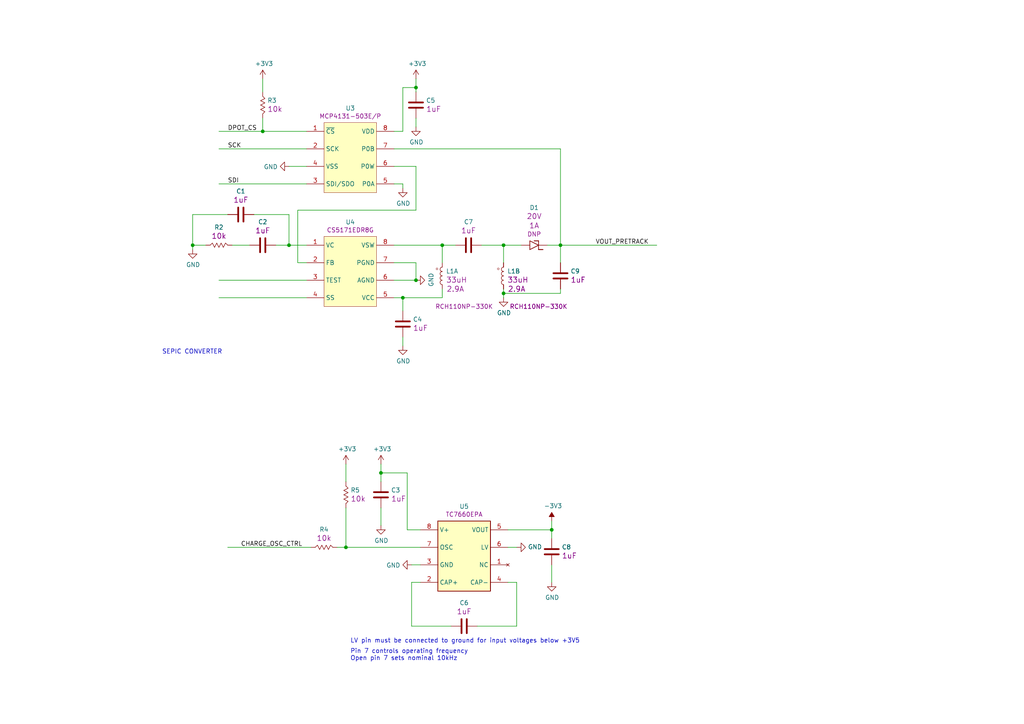
<source format=kicad_sch>
(kicad_sch (version 20211123) (generator eeschema)
  (paper "A4")
  (lib_symbols
    (symbol "master-vampire_General:C" (pin_numbers hide)
      (property "Reference" "C" (at 3.81 2.54 0))
      (property "Capacitance" "1uF" (at 6.35 0 0))
      (symbol "C_0_1"
        (polyline (pts (xy -2.032 -0.762) (xy 2.032 -0.762)) (stroke (width 0.508)))
        (polyline (pts (xy -2.032 0.762) (xy 2.032 0.762)) (stroke (width 0.508)))
      )
      (symbol "C_1_1"
        (pin passive line (at 0 3.81 270) (length 2.794) (name "~") (number "1"))
        (pin passive line (at 0 -3.81 90) (length 2.794) (name "~") (number "2"))
      )
    )
    (symbol "master-vampire_General:D_Schottky" (pin_numbers hide) (pin_names hide)
      (property "Reference" "D" (at 0 2.54 0))
      (property "Vr" "20V" (at 2.54 -2.54 0))
      (property "Iavg" "1A" (at -2.54 -2.54 0))
      (property "MPN" "DNP" (at 0 -5.08 0))
      (symbol "D_Schottky_0_1"
        (polyline (pts (xy -1.27 -1.27) (xy 0 -1.27)) (stroke (width 0.254)))
        (polyline (pts (xy -1.27 1.27) (xy -2.54 1.27)) (stroke (width 0.254)))
        (polyline (pts (xy -1.27 1.27) (xy -1.27 -1.27)) (stroke (width 0.2032)))
        (polyline (pts (xy 1.27 1.27) (xy 1.27 -1.27) (xy -1.27 0) (xy 1.27 1.27)) (stroke (width 0.2032)))
      )
      (symbol "D_Schottky_1_1"
        (pin passive line (at -3.81 0 0) (length 2.54) (name "K") (number "1"))
        (pin passive line (at 3.81 0 180) (length 2.54) (name "A") (number "2"))
      )
    )
    (symbol "master-vampire_General:L_Coupled" (pin_numbers hide) (pin_names (offset 1.016) hide)
      (property "Reference" "L" (at 0 2.54 0))
      (property "Inductance" "1uH" (at -2.54 -2.54 0))
      (symbol "L_Coupled_0_1"
        (arc (start -1.27 0) (mid -1.905 0.635) (end -2.54 0))
        (arc (start 0 0) (mid -0.635 0.635) (end -1.27 0))
        (arc (start 1.27 0) (mid 0.635 0.635) (end 0 0))
        (circle (center 2.032 1.524) (radius 0.254) (stroke (width 0.1016)))
        (arc (start 2.54 0) (mid 1.905 0.635) (end 1.27 0))
      )
      (symbol "L_Coupled_1_1"
        (pin passive line (at -3.81 0 0) (length 1.27) (name "1") (number "1"))
        (pin passive line (at 3.81 0 180) (length 1.27) (name "2") (number "2"))
      )
      (symbol "L_Coupled_2_1"
        (pin passive line (at -3.81 0 0) (length 1.27) (name "1") (number "1"))
        (pin passive line (at 3.81 0 180) (length 1.27) (name "2") (number "2"))
      )
    )
    (symbol "master-vampire_General:R" (pin_numbers hide) (pin_names (offset 0))
      (property "Reference" "R" (at 0 2.54 0))
      (property "Resistance" "10k" (at 0 -2.54 0))
      (symbol "R_0_1"
        (polyline (pts (xy -2.54 0) (xy -1.905 0.635) (xy -1.27 -0.635) (xy -0.635 0.635) (xy 0 -0.635) (xy 0.635 0.635) (xy 1.27 -0.635) (xy 1.905 0.635) (xy 2.54 0)))
      )
      (symbol "R_1_1"
        (pin passive line (at 3.81 0 180) (length 1.27) (name "~") (number "1"))
        (pin passive line (at -3.81 0 0) (length 1.27) (name "~") (number "2"))
      )
    )
    (symbol "master-vampire_General:U_CS5171"
      (property "Reference" "U" (at -6.35 11.43 0))
      (property "MPN" "DNP" (at 0 -11.43 0))
      (symbol "U_CS5171_0_1"
        (rectangle (start -7.62 10.16) (end 7.62 -10.16) (stroke (width 0.1016)) (fill (type background)))
      )
      (symbol "U_CS5171_1_1"
        (pin bidirectional line (at -12.7 7.62 0) (length 5.08) (name "VC") (number "1"))
        (pin input line (at -12.7 2.54 0) (length 5.08) (name "FB") (number "2"))
        (pin bidirectional line (at -12.7 -2.54 0) (length 5.08) (name "TEST") (number "3"))
        (pin input line (at -12.7 -7.62 0) (length 5.08) (name "SS") (number "4"))
        (pin power_in line (at 12.7 -7.62 180) (length 5.08) (name "VCC") (number "5"))
        (pin power_in line (at 12.7 -2.54 180) (length 5.08) (name "AGND") (number "6"))
        (pin power_in line (at 12.7 2.54 180) (length 5.08) (name "PGND") (number "7"))
        (pin output line (at 12.7 7.62 180) (length 5.08) (name "VSW") (number "8"))
      )
    )
    (symbol "master-vampire_General:U_MCP4131"
      (property "Reference" "U" (at 0 13.97 0))
      (property "MPN" "DNP" (at 0 11.43 0))
      (symbol "U_MCP4131_0_1"
        (rectangle (start -7.62 10.16) (end 7.62 -10.16) (stroke (width 0.1016)) (fill (type background)))
      )
      (symbol "U_MCP4131_1_1"
        (pin input line (at -12.7 7.62 0) (length 5.08) (name "~{CS}") (number "1"))
        (pin input line (at -12.7 2.54 0) (length 5.08) (name "SCK") (number "2"))
        (pin bidirectional line (at -12.7 -7.62 0) (length 5.08) (name "SDI/SDO") (number "3"))
        (pin power_in line (at -12.7 -2.54 0) (length 5.08) (name "VSS") (number "4"))
        (pin bidirectional line (at 12.7 -7.62 180) (length 5.08) (name "P0A") (number "5"))
        (pin bidirectional line (at 12.7 -2.54 180) (length 5.08) (name "P0W") (number "6"))
        (pin bidirectional line (at 12.7 2.54 180) (length 5.08) (name "P0B") (number "7"))
        (pin power_in line (at 12.7 7.62 180) (length 5.08) (name "VDD") (number "8"))
      )
    )
    (symbol "master-vampire_General:U_TC7600"
      (property "Reference" "U" (at -6.35 11.43 0))
      (property "MPN" "DNP" (at -5.08 -11.43 0))
      (symbol "U_TC7600_0_1"
        (rectangle (start -7.62 10.16) (end 7.62 -10.16) (stroke (width 0.254)) (fill (type background)))
      )
      (symbol "U_TC7600_1_1"
        (pin no_connect line (at 12.7 -2.54 180) (length 5.08) (name "NC") (number "1"))
        (pin unspecified line (at -12.7 -7.62 0) (length 5.08) (name "CAP+") (number "2"))
        (pin power_in line (at -12.7 -2.54 0) (length 5.08) (name "GND") (number "3"))
        (pin unspecified line (at 12.7 -7.62 180) (length 5.08) (name "CAP-") (number "4"))
        (pin power_out line (at 12.7 7.62 180) (length 5.08) (name "VOUT") (number "5"))
        (pin unspecified line (at 12.7 2.54 180) (length 5.08) (name "LV") (number "6"))
        (pin unspecified line (at -12.7 2.54 0) (length 5.08) (name "OSC") (number "7"))
        (pin power_in line (at -12.7 7.62 0) (length 5.08) (name "V+") (number "8"))
      )
    )
    (symbol "power:+3.3V" (power) (pin_names (offset 0))
      (property "Value" "+3.3V" (at 0 3.556 0))
      (symbol "+3.3V_0_1"
        (polyline (pts (xy -0.762 1.27) (xy 0 2.54)))
        (polyline (pts (xy 0 0) (xy 0 2.54)))
        (polyline (pts (xy 0 2.54) (xy 0.762 1.27)))
      )
      (symbol "+3.3V_1_1"
        (pin power_in line (at 0 0 90) (length 0) hide (name "+3V3") (number "1"))
      )
    )
    (symbol "power:-3V3" (power) (pin_names (offset 0))
      (property "Value" "-3V3" (at 0 3.81 0))
      (symbol "-3V3_0_0"
        (pin power_in line (at 0 0 90) (length 0) hide (name "-3V3") (number "1"))
      )
      (symbol "-3V3_0_1"
        (polyline (pts (xy 0 0) (xy 0 1.27) (xy 0.762 1.27) (xy 0 2.54) (xy -0.762 1.27) (xy 0 1.27)) (fill (type outline)))
      )
    )
    (symbol "power:GND" (power) (pin_names (offset 0))
      (property "Value" "GND" (at 0 -3.81 0))
      (symbol "GND_0_1"
        (polyline (pts (xy 0 0) (xy 0 -1.27) (xy 1.27 -1.27) (xy 0 -2.54) (xy -1.27 -1.27) (xy 0 -1.27)))
      )
      (symbol "GND_1_1"
        (pin power_in line (at 0 0 270) (length 0) hide (name "GND") (number "1"))
      )
    )
  )
  (junction (at 100.33 158.75))
  (junction (at 128.27 71.12))
  (junction (at 110.49 137.16))
  (junction (at 76.2 38.1))
  (junction (at 146.05 71.12))
  (junction (at 146.05 85.09))
  (junction (at 116.84 86.36))
  (junction (at 160.02 153.67))
  (junction (at 55.88 71.12))
  (junction (at 120.65 25.4))
  (junction (at 83.82 71.12))
  (junction (at 162.56 71.12))
  (junction (at 120.65 81.28))
  (wire (pts (xy 114.3 76.2) (xy 120.65 76.2)))
  (wire (pts (xy 162.56 43.18) (xy 162.56 71.12)))
  (wire (pts (xy 119.38 181.61) (xy 130.81 181.61)))
  (wire (pts (xy 55.88 71.12) (xy 59.69 71.12)))
  (wire (pts (xy 76.2 38.1) (xy 63.5 38.1)))
  (wire (pts (xy 128.27 83.82) (xy 128.27 86.36)))
  (wire (pts (xy 149.86 168.91) (xy 149.86 181.61)))
  (wire (pts (xy 86.36 60.96) (xy 120.65 60.96)))
  (wire (pts (xy 121.92 158.75) (xy 100.33 158.75)))
  (wire (pts (xy 116.84 53.34) (xy 114.3 53.34)))
  (wire (pts (xy 149.86 158.75) (xy 147.32 158.75)))
  (wire (pts (xy 120.65 22.86) (xy 120.65 25.4)))
  (wire (pts (xy 120.65 34.29) (xy 120.65 36.83)))
  (wire (pts (xy 100.33 158.75) (xy 100.33 147.32)))
  (wire (pts (xy 118.11 137.16) (xy 110.49 137.16)))
  (wire (pts (xy 128.27 86.36) (xy 116.84 86.36)))
  (wire (pts (xy 118.11 153.67) (xy 118.11 137.16)))
  (wire (pts (xy 110.49 134.62) (xy 110.49 137.16)))
  (wire (pts (xy 114.3 81.28) (xy 120.65 81.28)))
  (wire (pts (xy 63.5 81.28) (xy 88.9 81.28)))
  (wire (pts (xy 55.88 72.39) (xy 55.88 71.12)))
  (wire (pts (xy 120.65 25.4) (xy 120.65 26.67)))
  (wire (pts (xy 116.84 86.36) (xy 116.84 90.17)))
  (wire (pts (xy 162.56 71.12) (xy 158.75 71.12)))
  (wire (pts (xy 121.92 168.91) (xy 119.38 168.91)))
  (wire (pts (xy 83.82 71.12) (xy 80.01 71.12)))
  (wire (pts (xy 120.65 60.96) (xy 120.65 48.26)))
  (wire (pts (xy 63.5 43.18) (xy 88.9 43.18)))
  (wire (pts (xy 88.9 71.12) (xy 83.82 71.12)))
  (wire (pts (xy 147.32 168.91) (xy 149.86 168.91)))
  (wire (pts (xy 72.39 71.12) (xy 67.31 71.12)))
  (wire (pts (xy 90.17 158.75) (xy 66.04 158.75)))
  (wire (pts (xy 120.65 48.26) (xy 114.3 48.26)))
  (wire (pts (xy 162.56 85.09) (xy 146.05 85.09)))
  (wire (pts (xy 76.2 38.1) (xy 76.2 34.29)))
  (wire (pts (xy 128.27 76.2) (xy 128.27 71.12)))
  (wire (pts (xy 88.9 76.2) (xy 86.36 76.2)))
  (wire (pts (xy 119.38 163.83) (xy 121.92 163.83)))
  (wire (pts (xy 76.2 22.86) (xy 76.2 26.67)))
  (wire (pts (xy 88.9 53.34) (xy 63.5 53.34)))
  (wire (pts (xy 146.05 71.12) (xy 151.13 71.12)))
  (wire (pts (xy 83.82 71.12) (xy 83.82 62.23)))
  (wire (pts (xy 146.05 85.09) (xy 146.05 83.82)))
  (wire (pts (xy 160.02 151.13) (xy 160.02 153.67)))
  (wire (pts (xy 162.56 76.2) (xy 162.56 71.12)))
  (wire (pts (xy 88.9 38.1) (xy 76.2 38.1)))
  (wire (pts (xy 116.84 100.33) (xy 116.84 97.79)))
  (wire (pts (xy 116.84 54.61) (xy 116.84 53.34)))
  (wire (pts (xy 162.56 71.12) (xy 190.5 71.12)))
  (wire (pts (xy 149.86 181.61) (xy 138.43 181.61)))
  (wire (pts (xy 162.56 83.82) (xy 162.56 85.09)))
  (wire (pts (xy 116.84 38.1) (xy 114.3 38.1)))
  (wire (pts (xy 97.79 158.75) (xy 100.33 158.75)))
  (wire (pts (xy 83.82 62.23) (xy 73.66 62.23)))
  (wire (pts (xy 83.82 48.26) (xy 88.9 48.26)))
  (wire (pts (xy 147.32 153.67) (xy 160.02 153.67)))
  (wire (pts (xy 86.36 76.2) (xy 86.36 60.96)))
  (wire (pts (xy 114.3 86.36) (xy 116.84 86.36)))
  (wire (pts (xy 110.49 137.16) (xy 110.49 139.7)))
  (wire (pts (xy 100.33 134.62) (xy 100.33 139.7)))
  (wire (pts (xy 110.49 152.4) (xy 110.49 147.32)))
  (wire (pts (xy 160.02 153.67) (xy 160.02 156.21)))
  (wire (pts (xy 66.04 62.23) (xy 55.88 62.23)))
  (wire (pts (xy 132.08 71.12) (xy 128.27 71.12)))
  (wire (pts (xy 116.84 25.4) (xy 116.84 38.1)))
  (wire (pts (xy 119.38 168.91) (xy 119.38 181.61)))
  (wire (pts (xy 128.27 71.12) (xy 114.3 71.12)))
  (wire (pts (xy 139.7 71.12) (xy 146.05 71.12)))
  (wire (pts (xy 146.05 76.2) (xy 146.05 71.12)))
  (wire (pts (xy 121.92 153.67) (xy 118.11 153.67)))
  (wire (pts (xy 55.88 62.23) (xy 55.88 71.12)))
  (wire (pts (xy 160.02 163.83) (xy 160.02 168.91)))
  (wire (pts (xy 120.65 76.2) (xy 120.65 81.28)))
  (wire (pts (xy 63.5 86.36) (xy 88.9 86.36)))
  (wire (pts (xy 146.05 86.36) (xy 146.05 85.09)))
  (wire (pts (xy 120.65 25.4) (xy 116.84 25.4)))
  (wire (pts (xy 114.3 43.18) (xy 162.56 43.18)))
  (text "LV pin must be connected to ground for input voltages below +3V5" (at 101.6 186.69 0) (effects (font (size 1.27 1.27)) (justify left bottom)))
  (text "SEPIC CONVERTER" (at 46.99 102.87 0) (effects (font (size 1.27 1.27)) (justify left bottom)))
  (text "Pin 7 controls operating frequency\nOpen pin 7 sets nominal 10kHz" (at 101.6 191.77 0) (effects (font (size 1.27 1.27)) (justify left bottom)))
  (label "VOUT_PRETRACK" (at 172.72 71.12 0))
  (label "SDI" (at 66.04 53.34 0))
  (label "CHARGE_OSC_CTRL" (at 69.85 158.75 0))
  (label "DPOT_CS" (at 66.04 38.1 0))
  (label "SCK" (at 66.04 43.18 0))
  (symbol (lib_id "master-vampire_General:U_TC7600") (at 134.62 161.29 0) (unit 1)
    (property "Reference" "U5" (at 134.62 146.8882 0))
    (property "Value" "U_TC7600" (effects hide))
    (property "Manufacturer" "Microchip Technology" (effects hide))
    (property "MPN" "TC7660EPA" (at 134.62 149.1996 0))
    (property "Supplier" "DigiKey" (effects hide))
    (property "Supplier PN" "TC7660EPA-ND" (effects hide))
    (property "Package" "8-DIP" (effects hide))
  )
  (symbol (lib_id "master-vampire_General:C") (at 134.62 181.61 270) (unit 1)
    (property "Reference" "C6" (at 134.62 174.8536 90))
    (property "Value" "C" (effects hide))
    (property "Capacitance" "1uF" (at 134.62 177.3682 90) (effects (font (size 1.524 1.524))))
    (property "Voltage Rating" "50V" (effects hide))
    (property "TempCo" "X7R" (effects hide))
    (property "Tolerance" "±20%" (effects hide))
    (property "Package" "0603" (effects hide))
    (property "MPN" "DNP" (effects hide))
    (property "Manufacturer" "DNP" (effects hide))
    (property "Supplier" "DNP" (effects hide))
    (property "Supplier PN" "DNP" (effects hide))
  )
  (symbol (lib_id "power:GND") (at 119.38 163.83 270) (unit 1)
    (property "Reference" "#PWR012" (effects hide))
    (property "Value" "GND" (at 116.1288 163.957 90) (effects (justify right)))
  )
  (symbol (lib_id "power:+3.3V") (at 110.49 134.62 0) (unit 1)
    (property "Reference" "#PWR08" (effects hide))
    (property "Value" "+3.3V" (at 110.871 130.2258 0))
  )
  (symbol (lib_id "power:GND") (at 149.86 158.75 90) (unit 1)
    (property "Reference" "#PWR017" (effects hide))
    (property "Value" "GND" (at 153.1112 158.623 90) (effects (justify right)))
  )
  (symbol (lib_id "master-vampire_General:R") (at 93.98 158.75 0) (unit 1)
    (property "Reference" "R4" (at 93.98 153.5684 0))
    (property "Value" "R" (effects hide))
    (property "Resistance" "10k" (at 93.98 156.083 0) (effects (font (size 1.524 1.524))))
    (property "Power" "1/10W" (effects hide))
    (property "Package" "0603" (effects hide))
    (property "Tolerance" "5%" (effects hide))
    (property "MPN" "DNP" (effects hide))
    (property "Manufacturer" "DNP" (effects hide))
    (property "Supplier" "DNP" (effects hide))
    (property "Supplier PN" "DNP" (effects hide))
  )
  (symbol (lib_id "master-vampire_General:R") (at 100.33 143.51 270) (unit 1)
    (property "Reference" "R5" (at 101.6762 142.1638 90) (effects (justify left)))
    (property "Value" "R" (effects hide))
    (property "Resistance" "10k" (at 101.6762 144.6784 90) (effects (font (size 1.524 1.524)) (justify left)))
    (property "Power" "1/10W" (effects hide))
    (property "Package" "0603" (effects hide))
    (property "Tolerance" "5%" (effects hide))
    (property "MPN" "DNP" (effects hide))
    (property "Manufacturer" "DNP" (effects hide))
    (property "Supplier" "DNP" (effects hide))
    (property "Supplier PN" "DNP" (effects hide))
  )
  (symbol (lib_id "master-vampire_General:C") (at 110.49 143.51 180) (unit 1)
    (property "Reference" "C3" (at 113.411 142.1638 0) (effects (justify right)))
    (property "Value" "C" (effects hide))
    (property "Capacitance" "1uF" (at 113.411 144.6784 0) (effects (font (size 1.524 1.524)) (justify right)))
    (property "Voltage Rating" "50V" (effects hide))
    (property "TempCo" "X7R" (effects hide))
    (property "Tolerance" "±20%" (effects hide))
    (property "Package" "0603" (effects hide))
    (property "MPN" "DNP" (effects hide))
    (property "Manufacturer" "DNP" (effects hide))
    (property "Supplier" "DNP" (effects hide))
    (property "Supplier PN" "DNP" (effects hide))
  )
  (symbol (lib_id "master-vampire_General:C") (at 160.02 160.02 180) (unit 1)
    (property "Reference" "C8" (at 162.941 158.6738 0) (effects (justify right)))
    (property "Value" "C" (effects hide))
    (property "Capacitance" "1uF" (at 162.941 161.1884 0) (effects (font (size 1.524 1.524)) (justify right)))
    (property "Voltage Rating" "50V" (effects hide))
    (property "TempCo" "X7R" (effects hide))
    (property "Tolerance" "±20%" (effects hide))
    (property "Package" "0603" (effects hide))
    (property "MPN" "DNP" (effects hide))
    (property "Manufacturer" "DNP" (effects hide))
    (property "Supplier" "DNP" (effects hide))
    (property "Supplier PN" "DNP" (effects hide))
  )
  (symbol (lib_id "power:GND") (at 160.02 168.91 0) (unit 1)
    (property "Reference" "#PWR019" (effects hide))
    (property "Value" "GND" (at 160.147 173.3042 0))
  )
  (symbol (lib_id "power:GND") (at 110.49 152.4 0) (unit 1)
    (property "Reference" "#PWR09" (effects hide))
    (property "Value" "GND" (at 110.617 156.7942 0))
  )
  (symbol (lib_id "power:-3V3") (at 160.02 151.13 0) (unit 1)
    (property "Reference" "#PWR018" (effects hide))
    (property "Value" "-3V3" (at 160.401 146.7358 0))
  )
  (symbol (lib_id "power:+3.3V") (at 100.33 134.62 0) (unit 1)
    (property "Reference" "#PWR07" (effects hide))
    (property "Value" "+3.3V" (at 100.711 130.2258 0))
  )
  (symbol (lib_id "master-vampire_General:U_CS5171") (at 101.6 78.74 0) (unit 1)
    (property "Reference" "U4" (at 101.6 64.4144 0))
    (property "Value" "U_CS5171" (effects hide))
    (property "MPN" "CS5171EDR8G" (at 101.6 66.7258 0))
    (property "Manufacturer" "onsemi" (effects hide))
    (property "Supplier" "DigiKey" (effects hide))
    (property "Supplier PN" "CS5171EDR8GOSCT-ND" (effects hide))
    (property "Package" "8-SOIC" (effects hide))
  )
  (symbol (lib_id "master-vampire_General:U_MCP4131") (at 101.6 45.72 0) (unit 1)
    (property "Reference" "U3" (at 101.6 31.3944 0))
    (property "Value" "U_MCP4131" (effects hide))
    (property "MPN" "MCP4131-503E/P" (at 101.6 33.7058 0))
    (property "Manufacturer" "Microchip Technology" (effects hide))
    (property "Supplier" "DigiKey" (effects hide))
    (property "Supplier PN" "MCP4131-503E/P-ND" (effects hide))
    (property "Package" "8-DIP" (effects hide))
  )
  (symbol (lib_id "master-vampire_General:R") (at 76.2 30.48 270) (unit 1)
    (property "Reference" "R3" (at 77.5462 29.1338 90) (effects (justify left)))
    (property "Value" "R" (effects hide))
    (property "Resistance" "10k" (at 77.5462 31.6484 90) (effects (font (size 1.524 1.524)) (justify left)))
    (property "Power" "1/10W" (effects hide))
    (property "Package" "0603" (effects hide))
    (property "Tolerance" "5%" (effects hide))
    (property "MPN" "DNP" (effects hide))
    (property "Manufacturer" "DNP" (effects hide))
    (property "Supplier" "DNP" (effects hide))
    (property "Supplier PN" "DNP" (effects hide))
  )
  (symbol (lib_id "master-vampire_General:C") (at 120.65 30.48 180) (unit 1)
    (property "Reference" "C5" (at 123.571 29.1338 0) (effects (justify right)))
    (property "Value" "C" (effects hide))
    (property "Capacitance" "1uF" (at 123.571 31.6484 0) (effects (font (size 1.524 1.524)) (justify right)))
    (property "Voltage Rating" "50V" (effects hide))
    (property "TempCo" "X7R" (effects hide))
    (property "Tolerance" "±20%" (effects hide))
    (property "Package" "0603" (effects hide))
    (property "MPN" "DNP" (effects hide))
    (property "Manufacturer" "DNP" (effects hide))
    (property "Supplier" "DNP" (effects hide))
    (property "Supplier PN" "DNP" (effects hide))
  )
  (symbol (lib_id "power:+3.3V") (at 76.2 22.86 0) (unit 1)
    (property "Reference" "#PWR05" (effects hide))
    (property "Value" "+3.3V" (at 76.581 18.4658 0))
  )
  (symbol (lib_id "power:GND") (at 83.82 48.26 270) (unit 1)
    (property "Reference" "#PWR06" (effects hide))
    (property "Value" "GND" (at 80.5688 48.387 90) (effects (justify right)))
  )
  (symbol (lib_id "power:GND") (at 120.65 36.83 0) (unit 1)
    (property "Reference" "#PWR014" (effects hide))
    (property "Value" "GND" (at 120.777 41.2242 0))
  )
  (symbol (lib_id "power:+3.3V") (at 120.65 22.86 0) (unit 1)
    (property "Reference" "#PWR013" (effects hide))
    (property "Value" "+3.3V" (at 121.031 18.4658 0))
  )
  (symbol (lib_id "power:GND") (at 120.65 81.28 90) (unit 1)
    (property "Reference" "#PWR015" (effects hide))
    (property "Value" "GND" (at 125.0442 81.153 0))
  )
  (symbol (lib_id "master-vampire_General:R") (at 63.5 71.12 0) (unit 1)
    (property "Reference" "R2" (at 63.5 65.9384 0))
    (property "Value" "R" (effects hide))
    (property "Resistance" "10k" (at 63.5 68.453 0) (effects (font (size 1.524 1.524))))
    (property "Power" "1/10W" (effects hide))
    (property "Package" "0603" (effects hide))
    (property "Tolerance" "5%" (effects hide))
    (property "MPN" "DNP" (effects hide))
    (property "Manufacturer" "DNP" (effects hide))
    (property "Supplier" "DNP" (effects hide))
    (property "Supplier PN" "DNP" (effects hide))
  )
  (symbol (lib_id "master-vampire_General:C") (at 76.2 71.12 270) (unit 1)
    (property "Reference" "C2" (at 76.2 64.3636 90))
    (property "Value" "C" (effects hide))
    (property "Capacitance" "1uF" (at 76.2 66.8782 90) (effects (font (size 1.524 1.524))))
    (property "Voltage Rating" "50V" (effects hide))
    (property "TempCo" "X7R" (effects hide))
    (property "Tolerance" "±20%" (effects hide))
    (property "Package" "0603" (effects hide))
    (property "MPN" "DNP" (effects hide))
    (property "Manufacturer" "DNP" (effects hide))
    (property "Supplier" "DNP" (effects hide))
    (property "Supplier PN" "DNP" (effects hide))
  )
  (symbol (lib_id "master-vampire_General:C") (at 69.85 62.23 270) (unit 1)
    (property "Reference" "C1" (at 69.85 55.4736 90))
    (property "Value" "C" (effects hide))
    (property "Capacitance" "1uF" (at 69.85 57.9882 90) (effects (font (size 1.524 1.524))))
    (property "Voltage Rating" "50V" (effects hide))
    (property "TempCo" "X7R" (effects hide))
    (property "Tolerance" "±20%" (effects hide))
    (property "Package" "0603" (effects hide))
    (property "MPN" "DNP" (effects hide))
    (property "Manufacturer" "DNP" (effects hide))
    (property "Supplier" "DNP" (effects hide))
    (property "Supplier PN" "DNP" (effects hide))
  )
  (symbol (lib_id "power:GND") (at 55.88 72.39 0) (unit 1)
    (property "Reference" "#PWR04" (effects hide))
    (property "Value" "GND" (at 56.007 76.7842 0))
  )
  (symbol (lib_id "power:GND") (at 116.84 54.61 0) (unit 1)
    (property "Reference" "#PWR010" (effects hide))
    (property "Value" "GND" (at 116.967 59.0042 0))
  )
  (symbol (lib_id "master-vampire_General:C") (at 116.84 93.98 180) (unit 1)
    (property "Reference" "C4" (at 119.761 92.6338 0) (effects (justify right)))
    (property "Value" "C" (effects hide))
    (property "Capacitance" "1uF" (at 119.761 95.1484 0) (effects (font (size 1.524 1.524)) (justify right)))
    (property "Voltage Rating" "50V" (effects hide))
    (property "TempCo" "X7R" (effects hide))
    (property "Tolerance" "±20%" (effects hide))
    (property "Package" "0603" (effects hide))
    (property "MPN" "DNP" (effects hide))
    (property "Manufacturer" "DNP" (effects hide))
    (property "Supplier" "DNP" (effects hide))
    (property "Supplier PN" "DNP" (effects hide))
  )
  (symbol (lib_id "master-vampire_General:C") (at 135.89 71.12 270) (unit 1)
    (property "Reference" "C7" (at 135.89 64.3636 90))
    (property "Value" "C" (effects hide))
    (property "Capacitance" "1uF" (at 135.89 66.8782 90) (effects (font (size 1.524 1.524))))
    (property "Voltage Rating" "50V" (effects hide))
    (property "TempCo" "X7R" (effects hide))
    (property "Tolerance" "±20%" (effects hide))
    (property "Package" "0603" (effects hide))
    (property "MPN" "DNP" (effects hide))
    (property "Manufacturer" "DNP" (effects hide))
    (property "Supplier" "DNP" (effects hide))
    (property "Supplier PN" "DNP" (effects hide))
  )
  (symbol (lib_id "power:GND") (at 116.84 100.33 0) (unit 1)
    (property "Reference" "#PWR011" (effects hide))
    (property "Value" "GND" (at 116.967 104.7242 0))
  )
  (symbol (lib_id "master-vampire_General:D_Schottky") (at 154.94 71.12 180) (unit 1)
    (property "Reference" "D1" (at 154.94 60.2234 0))
    (property "Value" "D_Schottky" (effects hide))
    (property "Vr" "20V" (at 154.94 62.738 0) (effects (font (size 1.524 1.524))))
    (property "Iavg" "1A" (at 154.94 65.4304 0) (effects (font (size 1.524 1.524))))
    (property "MPN" "DNP" (at 154.94 67.9196 0))
    (property "Manufacturer" "DNP" (effects hide))
    (property "Supplier" "DNP" (effects hide))
    (property "Supplier PN" "DNP" (effects hide))
    (property "Package" "DNP" (effects hide))
  )
  (symbol (lib_id "master-vampire_General:L_Coupled") (at 128.27 80.01 90) (unit 1)
    (property "Reference" "L1" (at 129.3622 78.6638 90) (effects (justify right)))
    (property "Value" "L_Coupled" (effects hide))
    (property "Inductance" "33uH" (at 129.3622 81.1784 90) (effects (font (size 1.524 1.524)) (justify right)))
    (property "Package" "Through Hole" (effects hide))
    (property "Current Rating" "2.9A" (at 132.08 83.82 90) (effects (font (size 1.524 1.524))))
    (property "DC Resistance" "55mOhm" (effects hide))
    (property "Tolerance" "10" (effects hide))
    (property "MPN" "RCH110NP-330K" (at 134.62 88.9 90))
    (property "Manufacturer" "Sumida America Inc." (effects hide))
    (property "Supplier" "DigiKey" (effects hide))
    (property "Supplier PN" "RCH110NP-330K-ND" (effects hide))
  )
  (symbol (lib_id "master-vampire_General:L_Coupled") (at 146.05 80.01 90) (unit 2)
    (property "Reference" "L1" (at 147.1422 78.6638 90) (effects (justify right)))
    (property "Value" "L_Coupled" (effects hide))
    (property "Inductance" "33uH" (at 147.1422 81.1784 90) (effects (font (size 1.524 1.524)) (justify right)))
    (property "Package" "Through Hole" (effects hide))
    (property "Current Rating" "2.9A" (at 149.86 83.82 90) (effects (font (size 1.524 1.524))))
    (property "DC Resistance" "55mOhm" (effects hide))
    (property "Tolerance" "10" (effects hide))
    (property "MPN" "RCH110NP-330K" (at 156.21 88.9 90))
    (property "Manufacturer" "Sumida America Inc." (effects hide))
    (property "Supplier" "DigiKey" (effects hide))
    (property "Supplier PN" "RCH110NP-330K-ND" (effects hide))
  )
  (symbol (lib_id "power:GND") (at 146.05 86.36 0) (unit 1)
    (property "Reference" "#PWR016" (effects hide))
    (property "Value" "GND" (at 146.177 90.7542 0))
  )
  (symbol (lib_id "master-vampire_General:C") (at 162.56 80.01 180) (unit 1)
    (property "Reference" "C9" (at 165.481 78.6638 0) (effects (justify right)))
    (property "Value" "C" (effects hide))
    (property "Capacitance" "1uF" (at 165.481 81.1784 0) (effects (font (size 1.524 1.524)) (justify right)))
    (property "Voltage Rating" "50V" (effects hide))
    (property "TempCo" "X7R" (effects hide))
    (property "Tolerance" "±20%" (effects hide))
    (property "Package" "0603" (effects hide))
    (property "MPN" "DNP" (effects hide))
    (property "Manufacturer" "DNP" (effects hide))
    (property "Supplier" "DNP" (effects hide))
    (property "Supplier PN" "DNP" (effects hide))
  )
)
</source>
